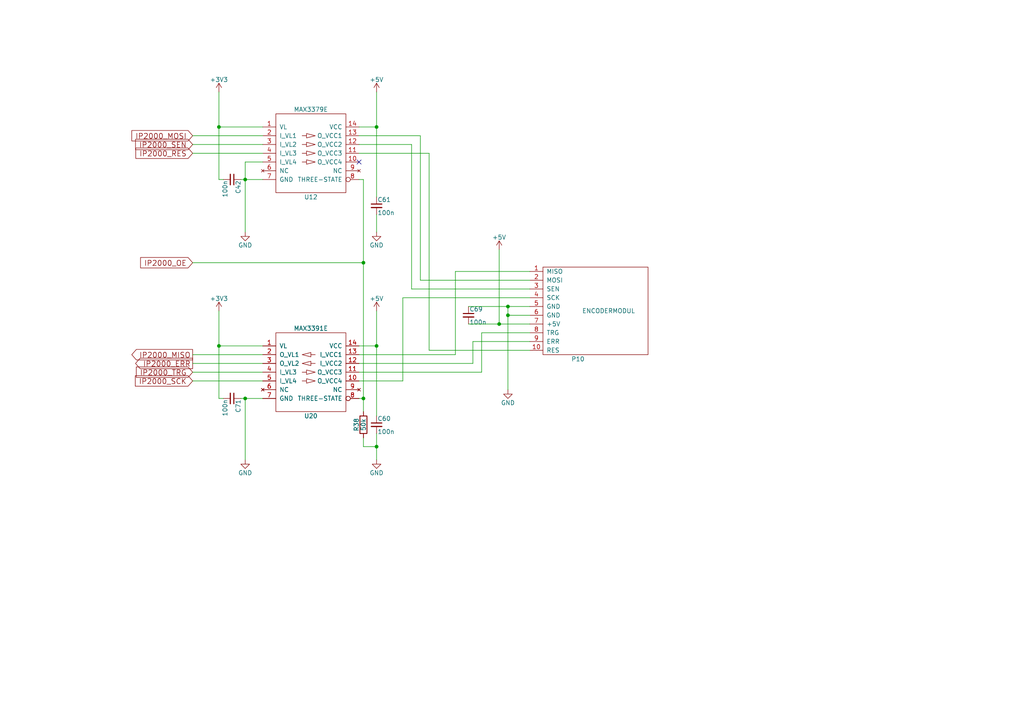
<source format=kicad_sch>
(kicad_sch (version 20231120) (generator "eeschema") (generator_version "8.0")
  (paper "A4")
  (lib_symbols
    (symbol "TEST4-rescue:+3.3V" (power) (pin_names (offset 0))
      (property "Value" "+3.3V" (at 0 3.556 0))
      (symbol "+3.3V_0_1"
        (polyline (pts (xy -0.762 1.27) (xy 0 2.54)))
        (polyline (pts (xy 0 0) (xy 0 2.54)))
        (polyline (pts (xy 0 2.54) (xy 0.762 1.27)))
      )
      (symbol "+3.3V_1_1"
        (pin power_in line (at 0 0 90) (length 0) hide (name "+3V3") (number "1"))
      )
    )
    (symbol "TEST4-rescue:+5V" (power) (pin_names (offset 0))
      (property "Value" "+5V" (at 0 3.556 0))
      (symbol "+5V_0_1"
        (polyline (pts (xy -0.762 1.27) (xy 0 2.54)))
        (polyline (pts (xy 0 0) (xy 0 2.54)))
        (polyline (pts (xy 0 2.54) (xy 0.762 1.27)))
      )
      (symbol "+5V_1_1"
        (pin power_in line (at 0 0 90) (length 0) hide (name "+5V") (number "1"))
      )
    )
    (symbol "TEST4-rescue:C_Small" (pin_numbers hide) (pin_names (offset 0.254) hide)
      (property "Reference" "C" (at 0.254 1.778 0))
      (property "Value" "C_Small" (at 0.254 -2.032 0))
      (symbol "C_Small_0_1"
        (polyline (pts (xy -1.524 -0.508) (xy 1.524 -0.508)) (stroke (width 0.3302)))
        (polyline (pts (xy -1.524 0.508) (xy 1.524 0.508)) (stroke (width 0.3048)))
      )
      (symbol "C_Small_1_1"
        (pin passive line (at 0 2.54 270) (length 2.032) (name "~") (number "1"))
        (pin passive line (at 0 -2.54 90) (length 2.032) (name "~") (number "2"))
      )
    )
    (symbol "TEST4-rescue:ENCODERMODUL" (pin_names (offset 1.016))
      (property "Reference" "P" (at 0 -13.97 0))
      (property "Value" "ENCODERMODUL" (at 3.81 0 0))
      (symbol "ENCODERMODUL_0_1"
        (rectangle (start -15.24 12.7) (end 15.24 -12.7))
      )
      (symbol "ENCODERMODUL_1_1"
        (pin output line (at -19.05 11.43 0) (length 3.81) (name "MISO") (number "1"))
        (pin input line (at -19.05 -11.43 0) (length 3.81) (name "RES") (number "10"))
        (pin input line (at -19.05 8.89 0) (length 3.81) (name "MOSI") (number "2"))
        (pin input line (at -19.05 6.35 0) (length 3.81) (name "SEN") (number "3"))
        (pin input line (at -19.05 3.81 0) (length 3.81) (name "SCK") (number "4"))
        (pin power_in line (at -19.05 1.27 0) (length 3.81) (name "GND") (number "5"))
        (pin power_in line (at -19.05 -1.27 0) (length 3.81) (name "GND") (number "6"))
        (pin power_in line (at -19.05 -3.81 0) (length 3.81) (name "+5V") (number "7"))
        (pin input line (at -19.05 -6.35 0) (length 3.81) (name "TRG") (number "8"))
        (pin output line (at -19.05 -8.89 0) (length 3.81) (name "ERR") (number "9"))
      )
    )
    (symbol "TEST4-rescue:GND" (power) (pin_names (offset 0))
      (property "Value" "GND" (at 0 -3.81 0))
      (symbol "GND_0_1"
        (polyline (pts (xy 0 0) (xy 0 -1.27) (xy 1.27 -1.27) (xy 0 -2.54) (xy -1.27 -1.27) (xy 0 -1.27)))
      )
      (symbol "GND_1_1"
        (pin power_in line (at 0 0 270) (length 0) hide (name "GND") (number "1"))
      )
    )
    (symbol "TEST4-rescue:MAX3379E" (pin_names (offset 1.016))
      (property "Reference" "U" (at 0 -8.89 0))
      (property "Value" "MAX3379E" (at 0 16.51 0))
      (symbol "MAX3379E_0_1"
        (rectangle (start -10.16 -7.62) (end 10.16 15.24))
        (polyline (pts (xy -1.27 1.27) (xy -2.54 1.27)))
        (polyline (pts (xy -1.27 3.81) (xy -2.54 3.81)))
        (polyline (pts (xy -1.27 6.35) (xy -2.54 6.35)))
        (polyline (pts (xy -1.27 8.89) (xy -2.54 8.89)))
        (polyline (pts (xy 1.27 1.27) (xy -1.27 1.905) (xy -1.27 0.635) (xy 1.27 1.27)))
        (polyline (pts (xy 1.27 3.81) (xy -1.27 4.445) (xy -1.27 3.175) (xy 1.27 3.81)))
        (polyline (pts (xy 1.27 6.35) (xy -1.27 6.985) (xy -1.27 5.715) (xy 1.27 6.35)))
        (polyline (pts (xy 1.27 8.89) (xy -1.27 9.525) (xy -1.27 8.255) (xy 1.27 8.89)))
      )
      (symbol "MAX3379E_1_1"
        (pin power_in line (at -13.97 11.43 0) (length 3.81) (name "VL") (number "1"))
        (pin output line (at 13.97 1.27 180) (length 3.81) (name "O_VCC4") (number "10"))
        (pin output line (at 13.97 3.81 180) (length 3.81) (name "O_VCC3") (number "11"))
        (pin output line (at 13.97 6.35 180) (length 3.81) (name "O_VCC2") (number "12"))
        (pin output line (at 13.97 8.89 180) (length 3.81) (name "O_VCC1") (number "13"))
        (pin power_in line (at 13.97 11.43 180) (length 3.81) (name "VCC") (number "14"))
        (pin input line (at -13.97 8.89 0) (length 3.81) (name "I_VL1") (number "2"))
        (pin input line (at -13.97 6.35 0) (length 3.81) (name "I_VL2") (number "3"))
        (pin input line (at -13.97 3.81 0) (length 3.81) (name "I_VL3") (number "4"))
        (pin input line (at -13.97 1.27 0) (length 3.81) (name "I_VL4") (number "5"))
        (pin no_connect line (at -13.97 -1.27 0) (length 3.81) (name "NC") (number "6"))
        (pin power_in line (at -13.97 -3.81 0) (length 3.81) (name "GND") (number "7"))
        (pin passive inverted (at 13.97 -3.81 180) (length 3.81) (name "THREE-STATE") (number "8"))
        (pin no_connect line (at 13.97 -1.27 180) (length 3.81) (name "NC") (number "9"))
      )
    )
    (symbol "TEST4-rescue:MAX3391E" (pin_names (offset 1.016))
      (property "Reference" "U" (at 0 -8.89 0))
      (property "Value" "MAX3391E" (at 0 16.51 0))
      (symbol "MAX3391E_0_1"
        (rectangle (start -10.16 -7.62) (end 10.16 15.24))
        (polyline (pts (xy -1.27 1.27) (xy -2.54 1.27)))
        (polyline (pts (xy -1.27 3.81) (xy -2.54 3.81)))
        (polyline (pts (xy 0 6.35) (xy 1.27 6.35)))
        (polyline (pts (xy 0 8.89) (xy 1.27 8.89)))
        (polyline (pts (xy -2.54 6.35) (xy 0 6.985) (xy 0 5.715) (xy -2.54 6.35)))
        (polyline (pts (xy -2.54 8.89) (xy 0 9.525) (xy 0 8.255) (xy -2.54 8.89)))
        (polyline (pts (xy 1.27 1.27) (xy -1.27 1.905) (xy -1.27 0.635) (xy 1.27 1.27)))
        (polyline (pts (xy 1.27 3.81) (xy -1.27 4.445) (xy -1.27 3.175) (xy 1.27 3.81)))
      )
      (symbol "MAX3391E_1_1"
        (pin power_in line (at -13.97 11.43 0) (length 3.81) (name "VL") (number "1"))
        (pin output line (at 13.97 1.27 180) (length 3.81) (name "O_VCC4") (number "10"))
        (pin output line (at 13.97 3.81 180) (length 3.81) (name "O_VCC3") (number "11"))
        (pin input line (at 13.97 6.35 180) (length 3.81) (name "I_VCC2") (number "12"))
        (pin input line (at 13.97 8.89 180) (length 3.81) (name "I_VCC1") (number "13"))
        (pin power_in line (at 13.97 11.43 180) (length 3.81) (name "VCC") (number "14"))
        (pin output line (at -13.97 8.89 0) (length 3.81) (name "O_VL1") (number "2"))
        (pin output line (at -13.97 6.35 0) (length 3.81) (name "O_VL2") (number "3"))
        (pin input line (at -13.97 3.81 0) (length 3.81) (name "I_VL3") (number "4"))
        (pin input line (at -13.97 1.27 0) (length 3.81) (name "I_VL4") (number "5"))
        (pin no_connect line (at -13.97 -1.27 0) (length 3.81) (name "NC") (number "6"))
        (pin power_in line (at -13.97 -3.81 0) (length 3.81) (name "GND") (number "7"))
        (pin passive inverted (at 13.97 -3.81 180) (length 3.81) (name "THREE-STATE") (number "8"))
        (pin no_connect line (at 13.97 -1.27 180) (length 3.81) (name "NC") (number "9"))
      )
    )
    (symbol "TEST4-rescue:R" (pin_numbers hide) (pin_names (offset 0))
      (property "Reference" "R" (at 2.032 0 90))
      (property "Value" "R" (at 0 0 90))
      (symbol "R_0_1"
        (rectangle (start -1.016 -2.54) (end 1.016 2.54) (stroke (width 0.254)))
      )
      (symbol "R_1_1"
        (pin passive line (at 0 3.81 270) (length 1.27) (name "~") (number "1"))
        (pin passive line (at 0 -3.81 90) (length 1.27) (name "~") (number "2"))
      )
    )
  )
  (junction (at 109.22 129.54))
  (junction (at 147.32 88.9))
  (junction (at 71.12 115.57))
  (junction (at 105.41 76.2))
  (junction (at 105.41 115.57))
  (junction (at 144.78 93.98))
  (junction (at 63.5 36.83))
  (junction (at 63.5 100.33))
  (junction (at 109.22 100.33))
  (junction (at 71.12 52.07))
  (junction (at 109.22 36.83))
  (junction (at 147.32 91.44))
  (no_connect (at 104.14 46.99))
  (wire (pts (xy 105.41 52.07) (xy 105.41 76.2)))
  (wire (pts (xy 76.2 100.33) (xy 63.5 100.33)))
  (wire (pts (xy 109.22 129.54) (xy 109.22 133.35)))
  (wire (pts (xy 105.41 115.57) (xy 105.41 119.38)))
  (wire (pts (xy 71.12 52.07) (xy 71.12 67.31)))
  (wire (pts (xy 144.78 93.98) (xy 153.67 93.98)))
  (wire (pts (xy 109.22 125.73) (xy 109.22 129.54)))
  (wire (pts (xy 109.22 90.17) (xy 109.22 100.33)))
  (wire (pts (xy 124.46 44.45) (xy 124.46 101.6)))
  (wire (pts (xy 63.5 115.57) (xy 64.77 115.57)))
  (wire (pts (xy 55.88 44.45) (xy 76.2 44.45)))
  (wire (pts (xy 153.67 96.52) (xy 139.7 96.52)))
  (wire (pts (xy 71.12 46.99) (xy 71.12 52.07)))
  (wire (pts (xy 116.84 110.49) (xy 104.14 110.49)))
  (wire (pts (xy 132.08 102.87) (xy 104.14 102.87)))
  (wire (pts (xy 121.92 39.37) (xy 121.92 81.28)))
  (wire (pts (xy 105.41 76.2) (xy 55.88 76.2)))
  (wire (pts (xy 69.85 52.07) (xy 71.12 52.07)))
  (wire (pts (xy 135.89 88.9) (xy 147.32 88.9)))
  (wire (pts (xy 55.88 107.95) (xy 76.2 107.95)))
  (wire (pts (xy 104.14 44.45) (xy 124.46 44.45)))
  (wire (pts (xy 109.22 67.31) (xy 109.22 62.23)))
  (wire (pts (xy 105.41 76.2) (xy 105.41 115.57)))
  (wire (pts (xy 147.32 88.9) (xy 153.67 88.9)))
  (wire (pts (xy 71.12 133.35) (xy 71.12 115.57)))
  (wire (pts (xy 109.22 26.67) (xy 109.22 36.83)))
  (wire (pts (xy 137.16 105.41) (xy 104.14 105.41)))
  (wire (pts (xy 153.67 78.74) (xy 132.08 78.74)))
  (wire (pts (xy 153.67 91.44) (xy 147.32 91.44)))
  (wire (pts (xy 109.22 100.33) (xy 109.22 120.65)))
  (wire (pts (xy 119.38 41.91) (xy 104.14 41.91)))
  (wire (pts (xy 139.7 107.95) (xy 104.14 107.95)))
  (wire (pts (xy 55.88 102.87) (xy 76.2 102.87)))
  (wire (pts (xy 119.38 83.82) (xy 119.38 41.91)))
  (wire (pts (xy 55.88 110.49) (xy 76.2 110.49)))
  (wire (pts (xy 63.5 52.07) (xy 64.77 52.07)))
  (wire (pts (xy 63.5 26.67) (xy 63.5 36.83)))
  (wire (pts (xy 109.22 36.83) (xy 109.22 57.15)))
  (wire (pts (xy 63.5 100.33) (xy 63.5 115.57)))
  (wire (pts (xy 71.12 115.57) (xy 76.2 115.57)))
  (wire (pts (xy 71.12 52.07) (xy 76.2 52.07)))
  (wire (pts (xy 55.88 41.91) (xy 76.2 41.91)))
  (wire (pts (xy 55.88 39.37) (xy 76.2 39.37)))
  (wire (pts (xy 105.41 129.54) (xy 109.22 129.54)))
  (wire (pts (xy 132.08 78.74) (xy 132.08 102.87)))
  (wire (pts (xy 76.2 46.99) (xy 71.12 46.99)))
  (wire (pts (xy 144.78 72.39) (xy 144.78 93.98)))
  (wire (pts (xy 116.84 86.36) (xy 153.67 86.36)))
  (wire (pts (xy 121.92 81.28) (xy 153.67 81.28)))
  (wire (pts (xy 116.84 86.36) (xy 116.84 110.49)))
  (wire (pts (xy 105.41 115.57) (xy 104.14 115.57)))
  (wire (pts (xy 109.22 100.33) (xy 104.14 100.33)))
  (wire (pts (xy 63.5 90.17) (xy 63.5 100.33)))
  (wire (pts (xy 76.2 105.41) (xy 55.88 105.41)))
  (wire (pts (xy 69.85 115.57) (xy 71.12 115.57)))
  (wire (pts (xy 63.5 36.83) (xy 63.5 52.07)))
  (wire (pts (xy 104.14 39.37) (xy 121.92 39.37)))
  (wire (pts (xy 139.7 96.52) (xy 139.7 107.95)))
  (wire (pts (xy 105.41 127) (xy 105.41 129.54)))
  (wire (pts (xy 147.32 91.44) (xy 147.32 113.03)))
  (wire (pts (xy 124.46 101.6) (xy 153.67 101.6)))
  (wire (pts (xy 63.5 36.83) (xy 76.2 36.83)))
  (wire (pts (xy 104.14 36.83) (xy 109.22 36.83)))
  (wire (pts (xy 135.89 93.98) (xy 144.78 93.98)))
  (wire (pts (xy 153.67 99.06) (xy 137.16 99.06)))
  (wire (pts (xy 137.16 99.06) (xy 137.16 105.41)))
  (wire (pts (xy 105.41 52.07) (xy 104.14 52.07)))
  (wire (pts (xy 147.32 88.9) (xy 147.32 91.44)))
  (wire (pts (xy 153.67 83.82) (xy 119.38 83.82)))
  (global_label "IP2000_TRG" (shape input) (at 55.88 107.95 180) (effects (font (size 1.524 1.524))) (property "Intersheetrefs" "${INTERSHEET_REFS}" (effects (hide yes))))
  (global_label "IP2000_OE" (shape input) (at 55.88 76.2 180) (effects (font (size 1.524 1.524))) (property "Intersheetrefs" "${INTERSHEET_REFS}" (effects (hide yes))))
  (global_label "IP2000_MISO" (shape output) (at 55.88 102.87 180) (effects (font (size 1.524 1.524))) (property "Intersheetrefs" "${INTERSHEET_REFS}" (effects (hide yes))))
  (global_label "IP2000_MOSI" (shape input) (at 55.88 39.37 180) (effects (font (size 1.524 1.524))) (property "Intersheetrefs" "${INTERSHEET_REFS}" (effects (hide yes))))
  (global_label "IP2000_ERR" (shape output) (at 55.88 105.41 180) (effects (font (size 1.524 1.524))) (property "Intersheetrefs" "${INTERSHEET_REFS}" (effects (hide yes))))
  (global_label "IP2000_SCK" (shape input) (at 55.88 110.49 180) (effects (font (size 1.524 1.524))) (property "Intersheetrefs" "${INTERSHEET_REFS}" (effects (hide yes))))
  (global_label "IP2000_RES" (shape input) (at 55.88 44.45 180) (effects (font (size 1.524 1.524))) (property "Intersheetrefs" "${INTERSHEET_REFS}" (effects (hide yes))))
  (global_label "IP2000_SEN" (shape input) (at 55.88 41.91 180) (effects (font (size 1.524 1.524))) (property "Intersheetrefs" "${INTERSHEET_REFS}" (effects (hide yes))))
  (symbol (lib_name "TEST4-rescue:+5V") (lib_id "TEST4-rescue:+5V") (at 109.22 90.17 0) (unit 1)
    (property "Reference" "#PWR084" (effects (hide yes)))
    (property "Value" "+5V" (at 109.22 86.614 0))
  )
  (symbol (lib_name "TEST4-rescue:+3.3V") (lib_id "TEST4-rescue:+3.3V") (at 63.5 26.67 0) (unit 1)
    (property "Reference" "#PWR085" (effects (hide yes)))
    (property "Value" "+3V3" (at 63.5 23.114 0))
  )
  (symbol (lib_name "TEST4-rescue:GND") (lib_id "TEST4-rescue:GND") (at 109.22 67.31 0) (unit 1)
    (property "Reference" "#PWR086" (effects (hide yes)))
    (property "Value" "GND" (at 109.22 71.12 0))
  )
  (symbol (lib_name "TEST4-rescue:ENCODERMODUL") (lib_id "TEST4-rescue:ENCODERMODUL") (at 172.72 90.17 0) (unit 1)
    (property "Reference" "P10" (at 167.64 104.14 0))
    (property "Value" "ENCODERMODUL" (at 176.53 90.17 0))
    (property "Footprint" "mylib:IP2000_Modul" (effects (hide yes)))
  )
  (symbol (lib_name "TEST4-rescue:GND") (lib_id "TEST4-rescue:GND") (at 147.32 113.03 0) (unit 1)
    (property "Reference" "#PWR087" (effects (hide yes)))
    (property "Value" "GND" (at 147.32 116.84 0))
  )
  (symbol (lib_name "TEST4-rescue:+5V") (lib_id "TEST4-rescue:+5V") (at 144.78 72.39 0) (unit 1)
    (property "Reference" "#PWR088" (effects (hide yes)))
    (property "Value" "+5V" (at 144.78 68.834 0))
  )
  (symbol (lib_name "TEST4-rescue:C_Small") (lib_id "TEST4-rescue:C_Small") (at 109.22 59.69 0) (unit 1)
    (property "Reference" "C61" (at 109.474 57.912 0) (effects (justify left)))
    (property "Value" "100n" (at 109.474 61.722 0) (effects (justify left)))
    (property "Footprint" "mylib:C_1206" (effects (hide yes)))
  )
  (symbol (lib_name "TEST4-rescue:C_Small") (lib_id "TEST4-rescue:C_Small") (at 109.22 123.19 0) (unit 1)
    (property "Reference" "C60" (at 109.474 121.412 0) (effects (justify left)))
    (property "Value" "100n" (at 109.474 125.222 0) (effects (justify left)))
    (property "Footprint" "mylib:C_1206" (effects (hide yes)))
  )
  (symbol (lib_name "TEST4-rescue:GND") (lib_id "TEST4-rescue:GND") (at 109.22 133.35 0) (unit 1)
    (property "Reference" "#PWR089" (effects (hide yes)))
    (property "Value" "GND" (at 109.22 137.16 0))
  )
  (symbol (lib_name "TEST4-rescue:C_Small") (lib_id "TEST4-rescue:C_Small") (at 135.89 91.44 0) (unit 1)
    (property "Reference" "C69" (at 136.144 89.662 0) (effects (justify left)))
    (property "Value" "100n" (at 136.144 93.472 0) (effects (justify left)))
    (property "Footprint" "mylib:C_1206" (effects (hide yes)))
  )
  (symbol (lib_name "TEST4-rescue:R") (lib_id "TEST4-rescue:R") (at 105.41 123.19 180) (unit 1)
    (property "Reference" "R38" (at 103.378 123.19 90))
    (property "Value" "50k" (at 105.41 123.19 90))
    (property "Footprint" "mylib:R_1206" (effects (hide yes)))
  )
  (symbol (lib_name "TEST4-rescue:MAX3379E") (lib_id "TEST4-rescue:MAX3379E") (at 90.17 48.26 0) (unit 1)
    (property "Reference" "U12" (at 90.17 57.15 0))
    (property "Value" "MAX3379E" (at 90.17 31.75 0))
    (property "Footprint" "mylib:TSSOP-14_4.4x5mm_Pitch0.65mm" (effects (hide yes)))
  )
  (symbol (lib_name "TEST4-rescue:MAX3391E") (lib_id "TEST4-rescue:MAX3391E") (at 90.17 111.76 0) (unit 1)
    (property "Reference" "U20" (at 90.17 120.65 0))
    (property "Value" "MAX3391E" (at 90.17 95.25 0))
    (property "Footprint" "mylib:TSSOP-14_4.4x5mm_Pitch0.65mm" (effects (hide yes)))
  )
  (symbol (lib_name "TEST4-rescue:+5V") (lib_id "TEST4-rescue:+5V") (at 109.22 26.67 0) (unit 1)
    (property "Reference" "#PWR090" (effects (hide yes)))
    (property "Value" "+5V" (at 109.22 23.114 0))
  )
  (symbol (lib_name "TEST4-rescue:C_Small") (lib_id "TEST4-rescue:C_Small") (at 67.31 52.07 270) (unit 1)
    (property "Reference" "C42" (at 69.088 52.324 0) (effects (justify left)))
    (property "Value" "100n" (at 65.278 52.324 0) (effects (justify left)))
    (property "Footprint" "mylib:C_1206" (effects (hide yes)))
  )
  (symbol (lib_name "TEST4-rescue:C_Small") (lib_id "TEST4-rescue:C_Small") (at 67.31 115.57 270) (unit 1)
    (property "Reference" "C71" (at 69.088 115.824 0) (effects (justify left)))
    (property "Value" "100n" (at 65.278 115.824 0) (effects (justify left)))
    (property "Footprint" "mylib:C_1206" (effects (hide yes)))
  )
  (symbol (lib_name "TEST4-rescue:GND") (lib_id "TEST4-rescue:GND") (at 71.12 67.31 0) (unit 1)
    (property "Reference" "#PWR091" (effects (hide yes)))
    (property "Value" "GND" (at 71.12 71.12 0))
  )
  (symbol (lib_name "TEST4-rescue:+3.3V") (lib_id "TEST4-rescue:+3.3V") (at 63.5 90.17 0) (unit 1)
    (property "Reference" "#PWR092" (effects (hide yes)))
    (property "Value" "+3V3" (at 63.5 86.614 0))
  )
  (symbol (lib_name "TEST4-rescue:GND") (lib_id "TEST4-rescue:GND") (at 71.12 133.35 0) (unit 1)
    (property "Reference" "#PWR093" (effects (hide yes)))
    (property "Value" "GND" (at 71.12 137.16 0))
  )
)
</source>
